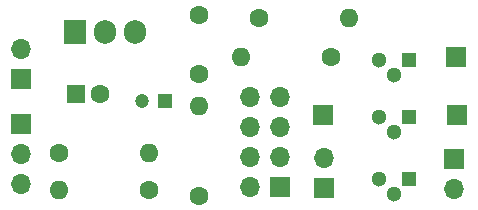
<source format=gbr>
G04 #@! TF.GenerationSoftware,KiCad,Pcbnew,7.0.10*
G04 #@! TF.CreationDate,2024-01-10T16:18:42+01:00*
G04 #@! TF.ProjectId,DeskLampCircuit,4465736b-4c61-46d7-9043-697263756974,rev?*
G04 #@! TF.SameCoordinates,PX134cdfaPY32b0130*
G04 #@! TF.FileFunction,Copper,L1,Top*
G04 #@! TF.FilePolarity,Positive*
%FSLAX46Y46*%
G04 Gerber Fmt 4.6, Leading zero omitted, Abs format (unit mm)*
G04 Created by KiCad (PCBNEW 7.0.10) date 2024-01-10 16:18:42*
%MOMM*%
%LPD*%
G01*
G04 APERTURE LIST*
G04 #@! TA.AperFunction,ComponentPad*
%ADD10R,1.700000X1.700000*%
G04 #@! TD*
G04 #@! TA.AperFunction,ComponentPad*
%ADD11O,1.700000X1.700000*%
G04 #@! TD*
G04 #@! TA.AperFunction,ComponentPad*
%ADD12O,1.600000X1.600000*%
G04 #@! TD*
G04 #@! TA.AperFunction,ComponentPad*
%ADD13C,1.600000*%
G04 #@! TD*
G04 #@! TA.AperFunction,ComponentPad*
%ADD14R,1.200000X1.200000*%
G04 #@! TD*
G04 #@! TA.AperFunction,ComponentPad*
%ADD15C,1.200000*%
G04 #@! TD*
G04 #@! TA.AperFunction,ComponentPad*
%ADD16C,1.300000*%
G04 #@! TD*
G04 #@! TA.AperFunction,ComponentPad*
%ADD17R,1.300000X1.300000*%
G04 #@! TD*
G04 #@! TA.AperFunction,ComponentPad*
%ADD18R,1.905000X2.000000*%
G04 #@! TD*
G04 #@! TA.AperFunction,ComponentPad*
%ADD19O,1.905000X2.000000*%
G04 #@! TD*
G04 #@! TA.AperFunction,ComponentPad*
%ADD20R,1.600000X1.600000*%
G04 #@! TD*
G04 APERTURE END LIST*
D10*
G04 #@! TO.P,J9,1,Pin_1*
G04 #@! TO.N,+3.3V*
X28834365Y9700000D03*
G04 #@! TD*
G04 #@! TO.P,J3,1,Pin_1*
G04 #@! TO.N,touch*
X28862182Y3500000D03*
D11*
G04 #@! TO.P,J3,2,Pin_2*
G04 #@! TO.N,GND*
X28862182Y6040000D03*
G04 #@! TD*
D10*
G04 #@! TO.P,J8,1,Pin_1*
G04 #@! TO.N,Net-(J8-Pin_1)*
X39927817Y5975000D03*
D11*
G04 #@! TO.P,J8,2,Pin_2*
G04 #@! TO.N,GND*
X39927817Y3435000D03*
G04 #@! TD*
D10*
G04 #@! TO.P,J7,1,Pin_1*
G04 #@! TO.N,Net-(J7-Pin_1)*
X40127817Y9700000D03*
G04 #@! TD*
G04 #@! TO.P,J6,1,Pin_1*
G04 #@! TO.N,Net-(J6-Pin_1)*
X40027817Y14600000D03*
G04 #@! TD*
D12*
G04 #@! TO.P,R2,2*
G04 #@! TO.N,GND*
X14062182Y6500000D03*
D13*
G04 #@! TO.P,R2,1*
G04 #@! TO.N,Net-(U1-ADJ)*
X6442182Y6500000D03*
G04 #@! TD*
D14*
G04 #@! TO.P,C3,1*
G04 #@! TO.N,+3.3V*
X15434782Y10900000D03*
D15*
G04 #@! TO.P,C3,2*
G04 #@! TO.N,GND*
X13434782Y10900000D03*
G04 #@! TD*
D10*
G04 #@! TO.P,J1,1,Pin_1*
G04 #@! TO.N,touch*
X25189999Y3580000D03*
D11*
G04 #@! TO.P,J1,2,Pin_2*
G04 #@! TO.N,GND*
X22649999Y3580000D03*
G04 #@! TO.P,J1,3,Pin_3*
G04 #@! TO.N,+3.3V*
X25189999Y6120000D03*
G04 #@! TO.P,J1,4,Pin_4*
G04 #@! TO.N,blue*
X22649999Y6120000D03*
G04 #@! TO.P,J1,5,Pin_5*
G04 #@! TO.N,unconnected-(J1-Pin_5-Pad5)*
X25189999Y8660000D03*
G04 #@! TO.P,J1,6,Pin_6*
G04 #@! TO.N,green*
X22649999Y8660000D03*
G04 #@! TO.P,J1,7,Pin_7*
G04 #@! TO.N,+3.3V*
X25189999Y11200000D03*
G04 #@! TO.P,J1,8,Pin_8*
G04 #@! TO.N,red*
X22649999Y11200000D03*
G04 #@! TD*
D13*
G04 #@! TO.P,R4,1*
G04 #@! TO.N,Net-(Q2-B)*
X29509999Y14600000D03*
D12*
G04 #@! TO.P,R4,2*
G04 #@! TO.N,green*
X21889999Y14600000D03*
G04 #@! TD*
D13*
G04 #@! TO.P,R3,1*
G04 #@! TO.N,red*
X23379999Y17900000D03*
D12*
G04 #@! TO.P,R3,2*
G04 #@! TO.N,Net-(Q1-B)*
X30999999Y17900000D03*
G04 #@! TD*
D16*
G04 #@! TO.P,Q3,3,E*
G04 #@! TO.N,GND*
X33512817Y14380000D03*
G04 #@! TO.P,Q3,2,B*
G04 #@! TO.N,Net-(Q3-B)*
X34782817Y13110000D03*
D17*
G04 #@! TO.P,Q3,1,C*
G04 #@! TO.N,Net-(J6-Pin_1)*
X36052817Y14380000D03*
G04 #@! TD*
D13*
G04 #@! TO.P,C1,2*
G04 #@! TO.N,GND*
X18262182Y18200000D03*
G04 #@! TO.P,C1,1*
G04 #@! TO.N,VCC*
X18262182Y13200000D03*
G04 #@! TD*
D17*
G04 #@! TO.P,Q2,1,C*
G04 #@! TO.N,Net-(J8-Pin_1)*
X36082817Y4320000D03*
D16*
G04 #@! TO.P,Q2,2,B*
G04 #@! TO.N,Net-(Q2-B)*
X34812817Y3050000D03*
G04 #@! TO.P,Q2,3,E*
G04 #@! TO.N,GND*
X33542817Y4320000D03*
G04 #@! TD*
D18*
G04 #@! TO.P,U1,1,ADJ*
G04 #@! TO.N,Net-(U1-ADJ)*
X7822182Y16755000D03*
D19*
G04 #@! TO.P,U1,2,VO*
G04 #@! TO.N,+3.3V*
X10362182Y16755000D03*
G04 #@! TO.P,U1,3,VI*
G04 #@! TO.N,VCC*
X12902182Y16755000D03*
G04 #@! TD*
D20*
G04 #@! TO.P,C2,1*
G04 #@! TO.N,Net-(U1-ADJ)*
X7907070Y11500000D03*
D13*
G04 #@! TO.P,C2,2*
G04 #@! TO.N,GND*
X9907070Y11500000D03*
G04 #@! TD*
D11*
G04 #@! TO.P,J5,3,Pin_3*
G04 #@! TO.N,+3.3V*
X3262182Y3900000D03*
G04 #@! TO.P,J5,2,Pin_2*
X3262182Y6440000D03*
D10*
G04 #@! TO.P,J5,1,Pin_1*
X3262182Y8980000D03*
G04 #@! TD*
D13*
G04 #@! TO.P,R1,1*
G04 #@! TO.N,+3.3V*
X14072182Y3400000D03*
D12*
G04 #@! TO.P,R1,2*
G04 #@! TO.N,Net-(U1-ADJ)*
X6452182Y3400000D03*
G04 #@! TD*
D17*
G04 #@! TO.P,Q1,1,C*
G04 #@! TO.N,Net-(J7-Pin_1)*
X36082817Y9520000D03*
D16*
G04 #@! TO.P,Q1,2,B*
G04 #@! TO.N,Net-(Q1-B)*
X34812817Y8250000D03*
G04 #@! TO.P,Q1,3,E*
G04 #@! TO.N,GND*
X33542817Y9520000D03*
G04 #@! TD*
D11*
G04 #@! TO.P,J2,2,Pin_2*
G04 #@! TO.N,VCC*
X3262182Y15340000D03*
D10*
G04 #@! TO.P,J2,1,Pin_1*
G04 #@! TO.N,GND*
X3262182Y12800000D03*
G04 #@! TD*
D12*
G04 #@! TO.P,R5,2*
G04 #@! TO.N,Net-(Q3-B)*
X18262182Y10510000D03*
D13*
G04 #@! TO.P,R5,1*
G04 #@! TO.N,blue*
X18262182Y2890000D03*
G04 #@! TD*
M02*

</source>
